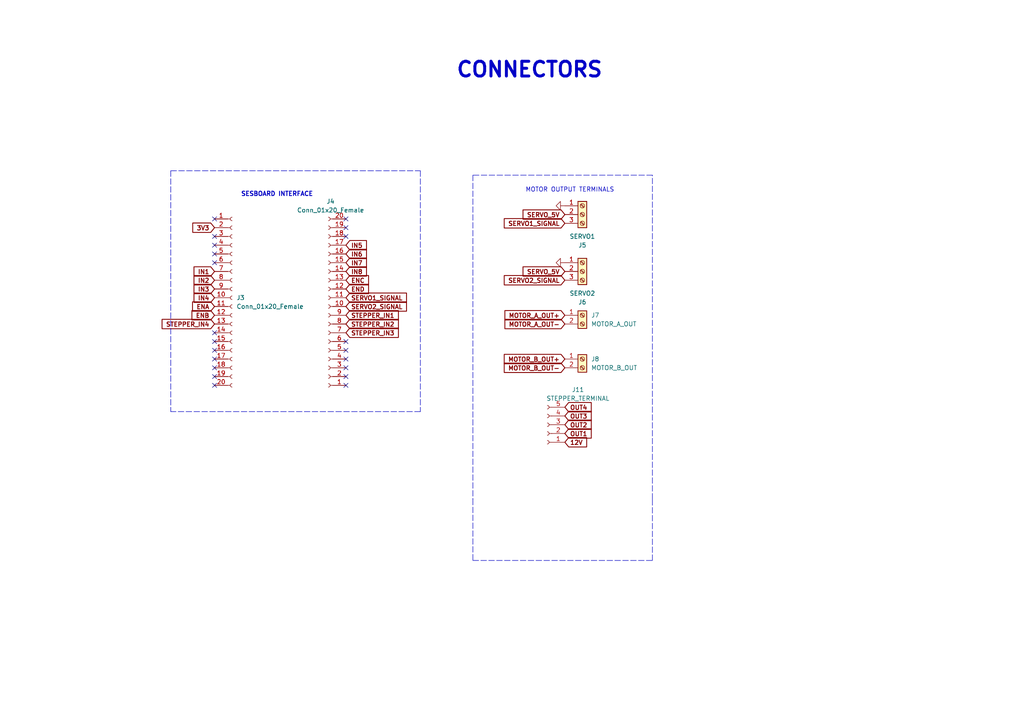
<source format=kicad_sch>
(kicad_sch (version 20211123) (generator eeschema)
  (paper "A4")
  (lib_symbols
    (symbol "Connector:Conn_01x05_Female" (pin_names (offset 1.016) hide)
      (property "Reference" "J" (at 0 7.62 0))
      (property "Value" "Conn_01x05_Female" (at 0 -7.62 0))
      (symbol "Conn_01x05_Female_1_1"
        (arc (start 0 -4.572) (mid -0.508 -5.08) (end 0 -5.588) (stroke (width 0.1524)))
        (arc (start 0 -2.032) (mid -0.508 -2.54) (end 0 -3.048) (stroke (width 0.1524)))
        (polyline (pts (xy -1.27 -5.08) (xy -0.508 -5.08)) (stroke (width 0.1524)))
        (polyline (pts (xy -1.27 -2.54) (xy -0.508 -2.54)) (stroke (width 0.1524)))
        (polyline (pts (xy -1.27 0) (xy -0.508 0)) (stroke (width 0.1524)))
        (polyline (pts (xy -1.27 2.54) (xy -0.508 2.54)) (stroke (width 0.1524)))
        (polyline (pts (xy -1.27 5.08) (xy -0.508 5.08)) (stroke (width 0.1524)))
        (arc (start 0 0.508) (mid -0.508 0) (end 0 -0.508) (stroke (width 0.1524)))
        (arc (start 0 3.048) (mid -0.508 2.54) (end 0 2.032) (stroke (width 0.1524)))
        (arc (start 0 5.588) (mid -0.508 5.08) (end 0 4.572) (stroke (width 0.1524)))
        (pin passive line (at -5.08 5.08 0) (length 3.81) (name "Pin_1") (number "1"))
        (pin passive line (at -5.08 2.54 0) (length 3.81) (name "Pin_2") (number "2"))
        (pin passive line (at -5.08 0 0) (length 3.81) (name "Pin_3") (number "3"))
        (pin passive line (at -5.08 -2.54 0) (length 3.81) (name "Pin_4") (number "4"))
        (pin passive line (at -5.08 -5.08 0) (length 3.81) (name "Pin_5") (number "5"))
      )
    )
    (symbol "Connector:Conn_01x20_Female" (pin_names (offset 1.016) hide)
      (property "Reference" "J" (at 0 25.4 0))
      (property "Value" "Conn_01x20_Female" (at 0 -27.94 0))
      (symbol "Conn_01x20_Female_1_1"
        (arc (start 0 -24.892) (mid -0.508 -25.4) (end 0 -25.908) (stroke (width 0.1524)))
        (arc (start 0 -22.352) (mid -0.508 -22.86) (end 0 -23.368) (stroke (width 0.1524)))
        (arc (start 0 -19.812) (mid -0.508 -20.32) (end 0 -20.828) (stroke (width 0.1524)))
        (arc (start 0 -17.272) (mid -0.508 -17.78) (end 0 -18.288) (stroke (width 0.1524)))
        (arc (start 0 -14.732) (mid -0.508 -15.24) (end 0 -15.748) (stroke (width 0.1524)))
        (arc (start 0 -12.192) (mid -0.508 -12.7) (end 0 -13.208) (stroke (width 0.1524)))
        (arc (start 0 -9.652) (mid -0.508 -10.16) (end 0 -10.668) (stroke (width 0.1524)))
        (arc (start 0 -7.112) (mid -0.508 -7.62) (end 0 -8.128) (stroke (width 0.1524)))
        (arc (start 0 -4.572) (mid -0.508 -5.08) (end 0 -5.588) (stroke (width 0.1524)))
        (arc (start 0 -2.032) (mid -0.508 -2.54) (end 0 -3.048) (stroke (width 0.1524)))
        (polyline (pts (xy -1.27 -25.4) (xy -0.508 -25.4)) (stroke (width 0.1524)))
        (polyline (pts (xy -1.27 -22.86) (xy -0.508 -22.86)) (stroke (width 0.1524)))
        (polyline (pts (xy -1.27 -20.32) (xy -0.508 -20.32)) (stroke (width 0.1524)))
        (polyline (pts (xy -1.27 -17.78) (xy -0.508 -17.78)) (stroke (width 0.1524)))
        (polyline (pts (xy -1.27 -15.24) (xy -0.508 -15.24)) (stroke (width 0.1524)))
        (polyline (pts (xy -1.27 -12.7) (xy -0.508 -12.7)) (stroke (width 0.1524)))
        (polyline (pts (xy -1.27 -10.16) (xy -0.508 -10.16)) (stroke (width 0.1524)))
        (polyline (pts (xy -1.27 -7.62) (xy -0.508 -7.62)) (stroke (width 0.1524)))
        (polyline (pts (xy -1.27 -5.08) (xy -0.508 -5.08)) (stroke (width 0.1524)))
        (polyline (pts (xy -1.27 -2.54) (xy -0.508 -2.54)) (stroke (width 0.1524)))
        (polyline (pts (xy -1.27 0) (xy -0.508 0)) (stroke (width 0.1524)))
        (polyline (pts (xy -1.27 2.54) (xy -0.508 2.54)) (stroke (width 0.1524)))
        (polyline (pts (xy -1.27 5.08) (xy -0.508 5.08)) (stroke (width 0.1524)))
        (polyline (pts (xy -1.27 7.62) (xy -0.508 7.62)) (stroke (width 0.1524)))
        (polyline (pts (xy -1.27 10.16) (xy -0.508 10.16)) (stroke (width 0.1524)))
        (polyline (pts (xy -1.27 12.7) (xy -0.508 12.7)) (stroke (width 0.1524)))
        (polyline (pts (xy -1.27 15.24) (xy -0.508 15.24)) (stroke (width 0.1524)))
        (polyline (pts (xy -1.27 17.78) (xy -0.508 17.78)) (stroke (width 0.1524)))
        (polyline (pts (xy -1.27 20.32) (xy -0.508 20.32)) (stroke (width 0.1524)))
        (polyline (pts (xy -1.27 22.86) (xy -0.508 22.86)) (stroke (width 0.1524)))
        (arc (start 0 0.508) (mid -0.508 0) (end 0 -0.508) (stroke (width 0.1524)))
        (arc (start 0 3.048) (mid -0.508 2.54) (end 0 2.032) (stroke (width 0.1524)))
        (arc (start 0 5.588) (mid -0.508 5.08) (end 0 4.572) (stroke (width 0.1524)))
        (arc (start 0 8.128) (mid -0.508 7.62) (end 0 7.112) (stroke (width 0.1524)))
        (arc (start 0 10.668) (mid -0.508 10.16) (end 0 9.652) (stroke (width 0.1524)))
        (arc (start 0 13.208) (mid -0.508 12.7) (end 0 12.192) (stroke (width 0.1524)))
        (arc (start 0 15.748) (mid -0.508 15.24) (end 0 14.732) (stroke (width 0.1524)))
        (arc (start 0 18.288) (mid -0.508 17.78) (end 0 17.272) (stroke (width 0.1524)))
        (arc (start 0 20.828) (mid -0.508 20.32) (end 0 19.812) (stroke (width 0.1524)))
        (arc (start 0 23.368) (mid -0.508 22.86) (end 0 22.352) (stroke (width 0.1524)))
        (pin passive line (at -5.08 22.86 0) (length 3.81) (name "Pin_1") (number "1"))
        (pin passive line (at -5.08 0 0) (length 3.81) (name "Pin_10") (number "10"))
        (pin passive line (at -5.08 -2.54 0) (length 3.81) (name "Pin_11") (number "11"))
        (pin passive line (at -5.08 -5.08 0) (length 3.81) (name "Pin_12") (number "12"))
        (pin passive line (at -5.08 -7.62 0) (length 3.81) (name "Pin_13") (number "13"))
        (pin passive line (at -5.08 -10.16 0) (length 3.81) (name "Pin_14") (number "14"))
        (pin passive line (at -5.08 -12.7 0) (length 3.81) (name "Pin_15") (number "15"))
        (pin passive line (at -5.08 -15.24 0) (length 3.81) (name "Pin_16") (number "16"))
        (pin passive line (at -5.08 -17.78 0) (length 3.81) (name "Pin_17") (number "17"))
        (pin passive line (at -5.08 -20.32 0) (length 3.81) (name "Pin_18") (number "18"))
        (pin passive line (at -5.08 -22.86 0) (length 3.81) (name "Pin_19") (number "19"))
        (pin passive line (at -5.08 20.32 0) (length 3.81) (name "Pin_2") (number "2"))
        (pin passive line (at -5.08 -25.4 0) (length 3.81) (name "Pin_20") (number "20"))
        (pin passive line (at -5.08 17.78 0) (length 3.81) (name "Pin_3") (number "3"))
        (pin passive line (at -5.08 15.24 0) (length 3.81) (name "Pin_4") (number "4"))
        (pin passive line (at -5.08 12.7 0) (length 3.81) (name "Pin_5") (number "5"))
        (pin passive line (at -5.08 10.16 0) (length 3.81) (name "Pin_6") (number "6"))
        (pin passive line (at -5.08 7.62 0) (length 3.81) (name "Pin_7") (number "7"))
        (pin passive line (at -5.08 5.08 0) (length 3.81) (name "Pin_8") (number "8"))
        (pin passive line (at -5.08 2.54 0) (length 3.81) (name "Pin_9") (number "9"))
      )
    )
    (symbol "Connector:Screw_Terminal_01x02" (pin_names (offset 1.016) hide)
      (property "Reference" "J" (at 0 2.54 0))
      (property "Value" "Screw_Terminal_01x02" (at 0 -5.08 0))
      (symbol "Screw_Terminal_01x02_1_1"
        (rectangle (start -1.27 1.27) (end 1.27 -3.81) (stroke (width 0.254)) (fill (type background)))
        (circle (center 0 -2.54) (radius 0.635) (stroke (width 0.1524)))
        (polyline (pts (xy -0.5334 -2.2098) (xy 0.3302 -3.048)) (stroke (width 0.1524)))
        (polyline (pts (xy -0.5334 0.3302) (xy 0.3302 -0.508)) (stroke (width 0.1524)))
        (polyline (pts (xy -0.3556 -2.032) (xy 0.508 -2.8702)) (stroke (width 0.1524)))
        (polyline (pts (xy -0.3556 0.508) (xy 0.508 -0.3302)) (stroke (width 0.1524)))
        (circle (center 0 0) (radius 0.635) (stroke (width 0.1524)))
        (pin passive line (at -5.08 0 0) (length 3.81) (name "Pin_1") (number "1"))
        (pin passive line (at -5.08 -2.54 0) (length 3.81) (name "Pin_2") (number "2"))
      )
    )
    (symbol "Connector:Screw_Terminal_01x03" (pin_names (offset 1.016) hide)
      (property "Reference" "J" (at 0 5.08 0))
      (property "Value" "Screw_Terminal_01x03" (at 0 -5.08 0))
      (symbol "Screw_Terminal_01x03_1_1"
        (rectangle (start -1.27 3.81) (end 1.27 -3.81) (stroke (width 0.254)) (fill (type background)))
        (circle (center 0 -2.54) (radius 0.635) (stroke (width 0.1524)))
        (polyline (pts (xy -0.5334 -2.2098) (xy 0.3302 -3.048)) (stroke (width 0.1524)))
        (polyline (pts (xy -0.5334 0.3302) (xy 0.3302 -0.508)) (stroke (width 0.1524)))
        (polyline (pts (xy -0.5334 2.8702) (xy 0.3302 2.032)) (stroke (width 0.1524)))
        (polyline (pts (xy -0.3556 -2.032) (xy 0.508 -2.8702)) (stroke (width 0.1524)))
        (polyline (pts (xy -0.3556 0.508) (xy 0.508 -0.3302)) (stroke (width 0.1524)))
        (polyline (pts (xy -0.3556 3.048) (xy 0.508 2.2098)) (stroke (width 0.1524)))
        (circle (center 0 0) (radius 0.635) (stroke (width 0.1524)))
        (circle (center 0 2.54) (radius 0.635) (stroke (width 0.1524)))
        (pin passive line (at -5.08 2.54 0) (length 3.81) (name "Pin_1") (number "1"))
        (pin passive line (at -5.08 0 0) (length 3.81) (name "Pin_2") (number "2"))
        (pin passive line (at -5.08 -2.54 0) (length 3.81) (name "Pin_3") (number "3"))
      )
    )
    (symbol "power:GND" (power) (pin_names (offset 0))
      (property "Value" "GND" (at 0 -3.81 0))
      (symbol "GND_0_1"
        (polyline (pts (xy 0 0) (xy 0 -1.27) (xy 1.27 -1.27) (xy 0 -2.54) (xy -1.27 -1.27) (xy 0 -1.27)))
      )
      (symbol "GND_1_1"
        (pin power_in line (at 0 0 270) (length 0) hide (name "GND") (number "1"))
      )
    )
  )
  (no_connect (at 62.23 96.52))
  (no_connect (at 62.23 99.06))
  (no_connect (at 62.23 101.6))
  (no_connect (at 100.33 99.06))
  (no_connect (at 62.23 63.5))
  (no_connect (at 62.23 73.66))
  (no_connect (at 62.23 68.58))
  (no_connect (at 62.23 71.12))
  (no_connect (at 62.23 76.2))
  (no_connect (at 62.23 109.22))
  (no_connect (at 62.23 106.68))
  (no_connect (at 62.23 104.14))
  (no_connect (at 62.23 111.76))
  (no_connect (at 100.33 68.58))
  (no_connect (at 100.33 66.04))
  (no_connect (at 100.33 63.5))
  (no_connect (at 100.33 111.76))
  (no_connect (at 100.33 109.22))
  (no_connect (at 100.33 101.6))
  (no_connect (at 100.33 106.68))
  (no_connect (at 100.33 104.14))
  (polyline (pts (xy 189.23 162.56) (xy 189.23 144.78)))
  (polyline (pts (xy 49.53 49.53) (xy 49.53 119.38)))
  (polyline (pts (xy 137.16 162.56) (xy 189.23 162.56)))
  (polyline (pts (xy 121.92 49.53) (xy 121.92 119.38)))
  (polyline (pts (xy 189.23 144.78) (xy 189.23 50.8)))
  (polyline (pts (xy 49.53 49.53) (xy 121.92 49.53)))
  (polyline (pts (xy 121.92 119.38) (xy 49.53 119.38)))
  (polyline (pts (xy 189.23 50.8) (xy 137.16 50.8)))
  (polyline (pts (xy 137.16 144.78) (xy 137.16 162.56)))
  (polyline (pts (xy 137.16 50.8) (xy 137.16 144.78)))
  (text "MOTOR OUTPUT TERMINALS" (at 152.4 55.88 0) (effects (font (size 1.27 1.27)) (justify left bottom)))
  (text "SESBOARD INTERFACE" (at 69.85 57.15 0) (effects (font (size 1.27 1.27) bold) (justify left bottom)))
  (text "CONNECTORS" (at 132.08 22.86 0) (effects (font (size 4.27 4.27) (thickness 0.854) bold) (justify left bottom)))
  (global_label "STEPPER_IN3" (shape input) (at 100.33 96.52 0) (effects (font bold)) (property "Intersheet References" "${INTERSHEET_REFS}" (effects hide)))
  (global_label "SERVO1_SIGNAL" (shape input) (at 163.83 64.77 180) (effects (font bold)) (property "Intersheet References" "${INTERSHEET_REFS}" (effects hide)))
  (global_label "IN5" (shape input) (at 100.33 71.12 0) (effects (font bold)) (property "Intersheet References" "${INTERSHEET_REFS}" (effects hide)))
  (global_label "MOTOR_A_OUT-" (shape input) (at 163.83 93.98 180) (effects (font bold)) (property "Intersheet References" "${INTERSHEET_REFS}" (effects hide)))
  (global_label "SERVO_5V" (shape input) (at 163.83 62.23 180) (effects (font bold)) (property "Intersheet References" "${INTERSHEET_REFS}" (effects hide)))
  (global_label "IN3" (shape input) (at 62.23 83.82 180) (effects (font bold)) (property "Intersheet References" "${INTERSHEET_REFS}" (effects hide)))
  (global_label "ENB" (shape input) (at 62.23 91.44 180) (effects (font bold)) (property "Intersheet References" "${INTERSHEET_REFS}" (effects hide)))
  (global_label "IN6" (shape input) (at 100.33 73.66 0) (effects (font bold)) (property "Intersheet References" "${INTERSHEET_REFS}" (effects hide)))
  (global_label "IN2" (shape input) (at 62.23 81.28 180) (effects (font bold)) (property "Intersheet References" "${INTERSHEET_REFS}" (effects hide)))
  (global_label "ENA" (shape input) (at 62.23 88.9 180) (effects (font bold)) (property "Intersheet References" "${INTERSHEET_REFS}" (effects hide)))
  (global_label "MOTOR_B_OUT+" (shape input) (at 163.83 104.14 180) (effects (font bold)) (property "Intersheet References" "${INTERSHEET_REFS}" (effects hide)))
  (global_label "MOTOR_A_OUT+" (shape input) (at 163.83 91.44 180) (effects (font bold)) (property "Intersheet References" "${INTERSHEET_REFS}" (effects hide)))
  (global_label "IN4" (shape input) (at 62.23 86.36 180) (effects (font bold)) (property "Intersheet References" "${INTERSHEET_REFS}" (effects hide)))
  (global_label "STEPPER_IN4" (shape input) (at 62.23 93.98 180) (effects (font bold)) (property "Intersheet References" "${INTERSHEET_REFS}" (effects hide)))
  (global_label "3V3" (shape input) (at 62.23 66.04 180) (effects (font bold)) (property "Intersheet References" "${INTERSHEET_REFS}" (effects hide)))
  (global_label "OUT4" (shape input) (at 163.83 118.11 0) (effects (font bold)) (property "Intersheet References" "${INTERSHEET_REFS}" (effects hide)))
  (global_label "SERVO1_SIGNAL" (shape input) (at 100.33 86.36 0) (effects (font bold)) (property "Intersheet References" "${INTERSHEET_REFS}" (effects hide)))
  (global_label "IN8" (shape input) (at 100.33 78.74 0) (effects (font bold)) (property "Intersheet References" "${INTERSHEET_REFS}" (effects hide)))
  (global_label "SERVO2_SIGNAL" (shape input) (at 163.83 81.28 180) (effects (font bold)) (property "Intersheet References" "${INTERSHEET_REFS}" (effects hide)))
  (global_label "STEPPER_IN1" (shape input) (at 100.33 91.44 0) (effects (font bold)) (property "Intersheet References" "${INTERSHEET_REFS}" (effects hide)))
  (global_label "SERVO2_SIGNAL" (shape input) (at 100.33 88.9 0) (effects (font bold)) (property "Intersheet References" "${INTERSHEET_REFS}" (effects hide)))
  (global_label "OUT1" (shape input) (at 163.83 125.73 0) (effects (font bold)) (property "Intersheet References" "${INTERSHEET_REFS}" (effects hide)))
  (global_label "IN7" (shape input) (at 100.33 76.2 0) (effects (font bold)) (property "Intersheet References" "${INTERSHEET_REFS}" (effects hide)))
  (global_label "SERVO_5V" (shape input) (at 163.83 78.74 180) (effects (font bold)) (property "Intersheet References" "${INTERSHEET_REFS}" (effects hide)))
  (global_label "MOTOR_B_OUT-" (shape input) (at 163.83 106.68 180) (effects (font bold)) (property "Intersheet References" "${INTERSHEET_REFS}" (effects hide)))
  (global_label "12V" (shape input) (at 163.83 128.27 0) (effects (font bold)) (property "Intersheet References" "${INTERSHEET_REFS}" (effects hide)))
  (global_label "END" (shape input) (at 100.33 83.82 0) (effects (font bold)) (property "Intersheet References" "${INTERSHEET_REFS}" (effects hide)))
  (global_label "IN1" (shape input) (at 62.23 78.74 180) (effects (font bold)) (property "Intersheet References" "${INTERSHEET_REFS}" (effects hide)))
  (global_label "OUT3" (shape input) (at 163.83 120.65 0) (effects (font bold)) (property "Intersheet References" "${INTERSHEET_REFS}" (effects hide)))
  (global_label "OUT2" (shape input) (at 163.83 123.19 0) (effects (font bold)) (property "Intersheet References" "${INTERSHEET_REFS}" (effects hide)))
  (global_label "ENC" (shape input) (at 100.33 81.28 0) (effects (font bold)) (property "Intersheet References" "${INTERSHEET_REFS}" (effects hide)))
  (global_label "STEPPER_IN2" (shape input) (at 100.33 93.98 0) (effects (font bold)) (property "Intersheet References" "${INTERSHEET_REFS}" (effects hide)))
  (symbol (lib_id "Connector:Conn_01x20_Female") (at 67.31 86.36 0) (unit 1)
    (property "Reference" "J3" (at 68.58 86.3599 0) (effects (justify left)))
    (property "Value" "Conn_01x20_Female" (at 68.58 88.8999 0) (effects (justify left)))
    (property "Footprint" "Connector_PinHeader_2.54mm:PinHeader_1x20_P2.54mm_Vertical" (effects hide))
  )
  (symbol (lib_id "power:GND") (at 163.83 59.69 270) (unit 1)
    (property "Reference" "#PWR0102" (effects hide))
    (property "Value" "GND" (effects hide))
  )
  (symbol (lib_id "Connector:Screw_Terminal_01x03") (at 168.91 62.23 0) (unit 1)
    (property "Reference" "J5" (at 168.91 71.12 0))
    (property "Value" "SERVO1" (at 168.91 68.58 0))
    (property "Footprint" "Connector_PinHeader_2.54mm:PinHeader_1x03_P2.54mm_Vertical" (effects hide))
  )
  (symbol (lib_id "Connector:Conn_01x20_Female") (at 95.25 88.9 180) (unit 1)
    (property "Reference" "J4" (at 95.885 58.42 0))
    (property "Value" "Conn_01x20_Female" (at 95.885 60.96 0))
    (property "Footprint" "Connector_PinHeader_2.54mm:PinHeader_1x20_P2.54mm_Vertical" (effects hide))
  )
  (symbol (lib_id "Connector:Screw_Terminal_01x02") (at 168.91 104.14 0) (unit 1)
    (property "Reference" "J8" (at 171.45 104.1399 0) (effects (justify left)))
    (property "Value" "MOTOR_B_OUT" (at 171.45 106.6799 0) (effects (justify left)))
    (property "Footprint" "TerminalBlock_Phoenix:TerminalBlock_Phoenix_MKDS-1,5-2_1x02_P5.00mm_Horizontal" (effects hide))
  )
  (symbol (lib_id "Connector:Screw_Terminal_01x02") (at 168.91 91.44 0) (unit 1)
    (property "Reference" "J7" (at 171.45 91.4399 0) (effects (justify left)))
    (property "Value" "MOTOR_A_OUT" (at 171.45 93.9799 0) (effects (justify left)))
    (property "Footprint" "TerminalBlock_Phoenix:TerminalBlock_Phoenix_MKDS-1,5-2_1x02_P5.00mm_Horizontal" (effects hide))
  )
  (symbol (lib_id "power:GND") (at 163.83 76.2 270) (unit 1)
    (property "Reference" "#PWR0101" (effects hide))
    (property "Value" "GND" (effects hide))
  )
  (symbol (lib_id "Connector:Conn_01x05_Female") (at 158.75 123.19 180) (unit 1)
    (property "Reference" "J11" (at 167.64 113.03 0))
    (property "Value" "STEPPER_TERMINAL" (at 167.64 115.57 0))
    (property "Footprint" "Connector_PinHeader_2.54mm:PinHeader_1x05_P2.54mm_Vertical" (effects hide))
  )
  (symbol (lib_id "Connector:Screw_Terminal_01x03") (at 168.91 78.74 0) (unit 1)
    (property "Reference" "J6" (at 168.91 87.63 0))
    (property "Value" "SERVO2" (at 168.91 85.09 0))
    (property "Footprint" "Connector_PinHeader_2.54mm:PinHeader_1x03_P2.54mm_Vertical" (effects hide))
  )
)
</source>
